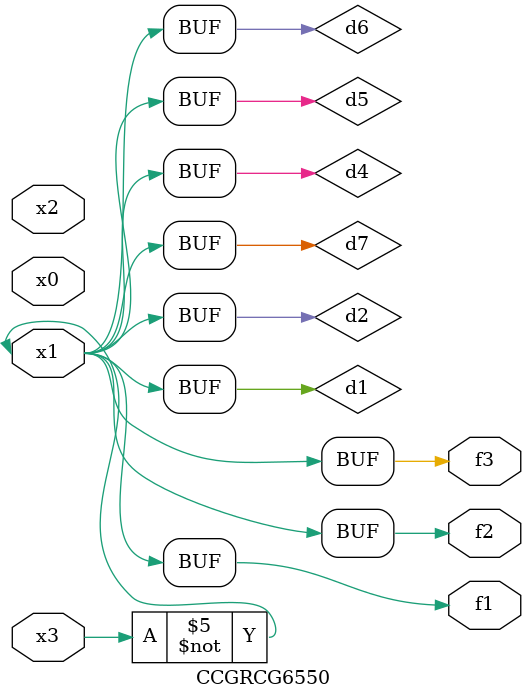
<source format=v>
module CCGRCG6550(
	input x0, x1, x2, x3,
	output f1, f2, f3
);

	wire d1, d2, d3, d4, d5, d6, d7;

	not (d1, x3);
	buf (d2, x1);
	xnor (d3, d1, d2);
	nor (d4, d1);
	buf (d5, d1, d2);
	buf (d6, d4, d5);
	nand (d7, d4);
	assign f1 = d6;
	assign f2 = d7;
	assign f3 = d6;
endmodule

</source>
